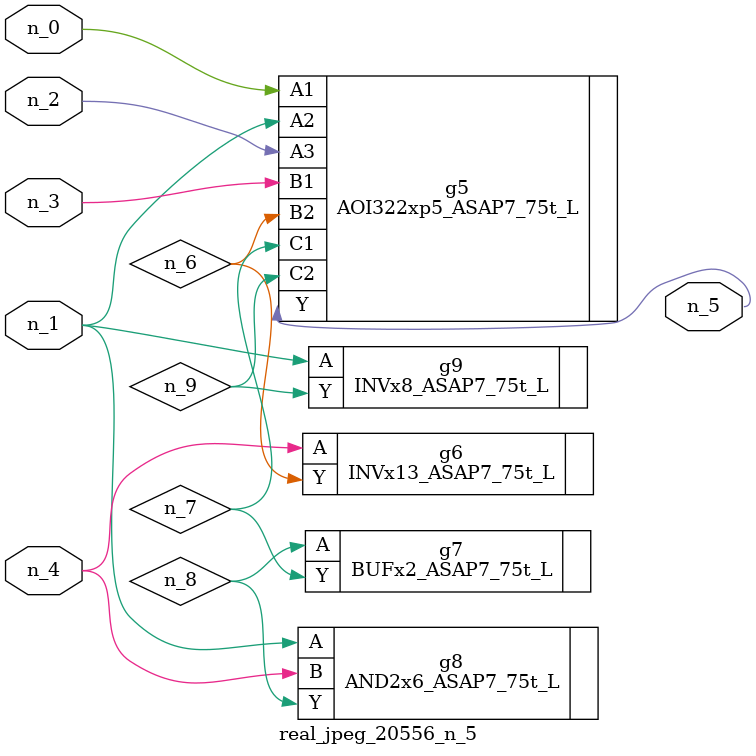
<source format=v>
module real_jpeg_20556_n_5 (n_4, n_0, n_1, n_2, n_3, n_5);

input n_4;
input n_0;
input n_1;
input n_2;
input n_3;

output n_5;

wire n_8;
wire n_6;
wire n_7;
wire n_9;

AOI322xp5_ASAP7_75t_L g5 ( 
.A1(n_0),
.A2(n_1),
.A3(n_2),
.B1(n_3),
.B2(n_6),
.C1(n_7),
.C2(n_9),
.Y(n_5)
);

AND2x6_ASAP7_75t_L g8 ( 
.A(n_1),
.B(n_4),
.Y(n_8)
);

INVx8_ASAP7_75t_L g9 ( 
.A(n_1),
.Y(n_9)
);

INVx13_ASAP7_75t_L g6 ( 
.A(n_4),
.Y(n_6)
);

BUFx2_ASAP7_75t_L g7 ( 
.A(n_8),
.Y(n_7)
);


endmodule
</source>
